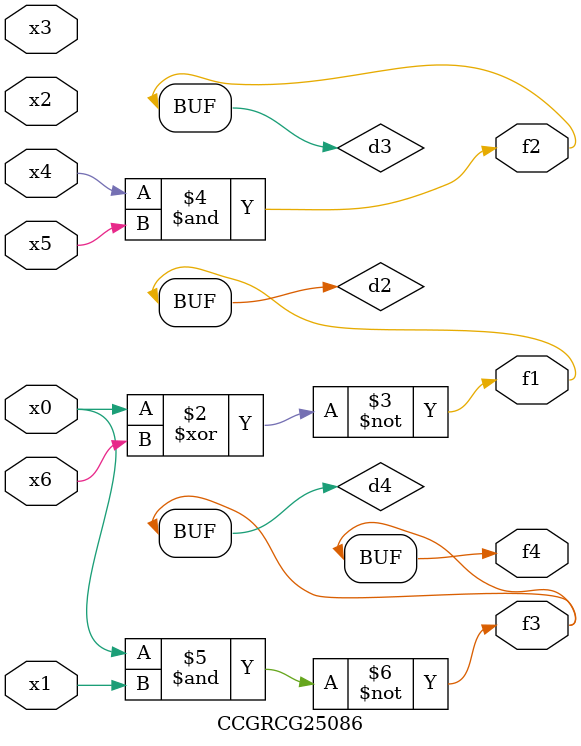
<source format=v>
module CCGRCG25086(
	input x0, x1, x2, x3, x4, x5, x6,
	output f1, f2, f3, f4
);

	wire d1, d2, d3, d4;

	nor (d1, x0);
	xnor (d2, x0, x6);
	and (d3, x4, x5);
	nand (d4, x0, x1);
	assign f1 = d2;
	assign f2 = d3;
	assign f3 = d4;
	assign f4 = d4;
endmodule

</source>
